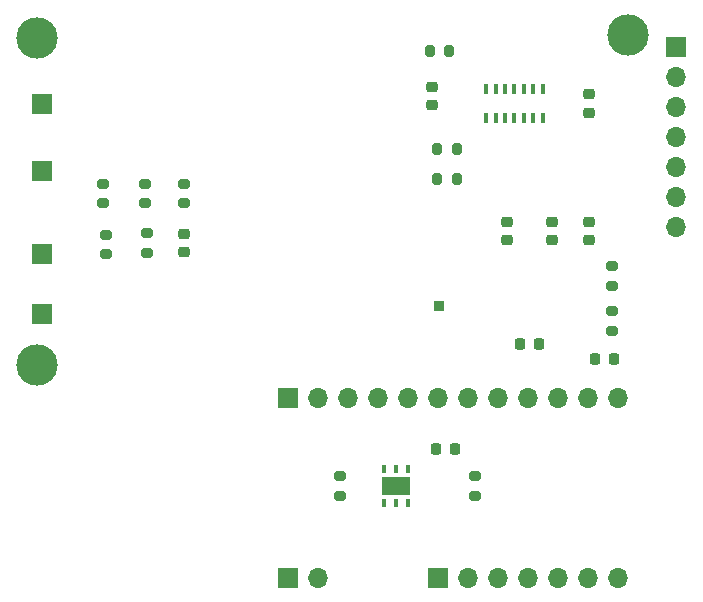
<source format=gbs>
%TF.GenerationSoftware,KiCad,Pcbnew,(6.0.9)*%
%TF.CreationDate,2024-01-25T22:47:47-06:00*%
%TF.ProjectId,AD8232_Heart_Rate_Monitor_v4.0,41443832-3332-45f4-9865-6172745f5261,rev?*%
%TF.SameCoordinates,Original*%
%TF.FileFunction,Soldermask,Bot*%
%TF.FilePolarity,Negative*%
%FSLAX46Y46*%
G04 Gerber Fmt 4.6, Leading zero omitted, Abs format (unit mm)*
G04 Created by KiCad (PCBNEW (6.0.9)) date 2024-01-25 22:47:47*
%MOMM*%
%LPD*%
G01*
G04 APERTURE LIST*
G04 Aperture macros list*
%AMRoundRect*
0 Rectangle with rounded corners*
0 $1 Rounding radius*
0 $2 $3 $4 $5 $6 $7 $8 $9 X,Y pos of 4 corners*
0 Add a 4 corners polygon primitive as box body*
4,1,4,$2,$3,$4,$5,$6,$7,$8,$9,$2,$3,0*
0 Add four circle primitives for the rounded corners*
1,1,$1+$1,$2,$3*
1,1,$1+$1,$4,$5*
1,1,$1+$1,$6,$7*
1,1,$1+$1,$8,$9*
0 Add four rect primitives between the rounded corners*
20,1,$1+$1,$2,$3,$4,$5,0*
20,1,$1+$1,$4,$5,$6,$7,0*
20,1,$1+$1,$6,$7,$8,$9,0*
20,1,$1+$1,$8,$9,$2,$3,0*%
G04 Aperture macros list end*
%ADD10R,1.700000X1.700000*%
%ADD11O,1.700000X1.700000*%
%ADD12R,0.850000X0.850000*%
%ADD13C,3.500000*%
%ADD14C,2.600000*%
%ADD15RoundRect,0.200000X0.275000X-0.200000X0.275000X0.200000X-0.275000X0.200000X-0.275000X-0.200000X0*%
%ADD16RoundRect,0.200000X-0.275000X0.200000X-0.275000X-0.200000X0.275000X-0.200000X0.275000X0.200000X0*%
%ADD17RoundRect,0.225000X0.250000X-0.225000X0.250000X0.225000X-0.250000X0.225000X-0.250000X-0.225000X0*%
%ADD18R,0.406400X0.762000*%
%ADD19R,2.489200X1.600200*%
%ADD20RoundRect,0.225000X-0.250000X0.225000X-0.250000X-0.225000X0.250000X-0.225000X0.250000X0.225000X0*%
%ADD21RoundRect,0.200000X0.200000X0.275000X-0.200000X0.275000X-0.200000X-0.275000X0.200000X-0.275000X0*%
%ADD22RoundRect,0.225000X-0.225000X-0.250000X0.225000X-0.250000X0.225000X0.250000X-0.225000X0.250000X0*%
%ADD23RoundRect,0.040000X-0.160000X0.380000X-0.160000X-0.380000X0.160000X-0.380000X0.160000X0.380000X0*%
%ADD24RoundRect,0.040000X0.160000X-0.380000X0.160000X0.380000X-0.160000X0.380000X-0.160000X-0.380000X0*%
%ADD25RoundRect,0.200000X-0.200000X-0.275000X0.200000X-0.275000X0.200000X0.275000X-0.200000X0.275000X0*%
%ADD26RoundRect,0.225000X0.225000X0.250000X-0.225000X0.250000X-0.225000X-0.250000X0.225000X-0.250000X0*%
G04 APERTURE END LIST*
D10*
X117983000Y-96012000D03*
D11*
X120523000Y-96012000D03*
X123063000Y-96012000D03*
X125603000Y-96012000D03*
X128143000Y-96012000D03*
X130683000Y-96012000D03*
X133223000Y-96012000D03*
X135763000Y-96012000D03*
X138303000Y-96012000D03*
X140843000Y-96012000D03*
X143383000Y-96012000D03*
X145923000Y-96012000D03*
D10*
X117983000Y-111252000D03*
D11*
X120523000Y-111252000D03*
D10*
X130683000Y-111252000D03*
D11*
X133223000Y-111252000D03*
X135763000Y-111252000D03*
X138303000Y-111252000D03*
X140843000Y-111252000D03*
X143383000Y-111252000D03*
X145923000Y-111252000D03*
D10*
X97155000Y-71120000D03*
X97155000Y-76835000D03*
X97155000Y-83820000D03*
D12*
X130810000Y-88265000D03*
D10*
X150876000Y-66294000D03*
D11*
X150876000Y-68834000D03*
X150876000Y-71374000D03*
X150876000Y-73914000D03*
X150876000Y-76454000D03*
X150876000Y-78994000D03*
X150876000Y-81534000D03*
D13*
X96774000Y-65532000D03*
D14*
X96774000Y-65532000D03*
D13*
X96774000Y-93218000D03*
D14*
X96774000Y-93218000D03*
X146812000Y-65278000D03*
D13*
X146812000Y-65278000D03*
D10*
X97155000Y-88900000D03*
D15*
X102616000Y-83883000D03*
X102616000Y-82233000D03*
D16*
X106045000Y-82106000D03*
X106045000Y-83756000D03*
D15*
X102362000Y-79565000D03*
X102362000Y-77915000D03*
X105918000Y-79565000D03*
X105918000Y-77915000D03*
D17*
X109220000Y-83706000D03*
X109220000Y-82156000D03*
D15*
X109220000Y-79565000D03*
X109220000Y-77915000D03*
X145415000Y-90360000D03*
X145415000Y-88710000D03*
D17*
X143510000Y-71895000D03*
X143510000Y-70345000D03*
D15*
X122428000Y-104330000D03*
X122428000Y-102680000D03*
D18*
X126136400Y-102082600D03*
X127127000Y-102082600D03*
X128117600Y-102082600D03*
X128117600Y-104927400D03*
X127127000Y-104927400D03*
X126136400Y-104927400D03*
D19*
X127127000Y-103505000D03*
D15*
X133858000Y-104330000D03*
X133858000Y-102680000D03*
D20*
X136525000Y-81140000D03*
X136525000Y-82690000D03*
D15*
X145415000Y-86550000D03*
X145415000Y-84900000D03*
D20*
X130175000Y-69710000D03*
X130175000Y-71260000D03*
D21*
X132270000Y-74930000D03*
X130620000Y-74930000D03*
D22*
X144005000Y-92710000D03*
X145555000Y-92710000D03*
D20*
X140335000Y-81140000D03*
X140335000Y-82690000D03*
D23*
X134760000Y-69925000D03*
X135560000Y-69925000D03*
X136360000Y-69925000D03*
X137160000Y-69925000D03*
X137960000Y-69925000D03*
X138760000Y-69925000D03*
X139560000Y-69925000D03*
D24*
X139560000Y-72315000D03*
X138760000Y-72315000D03*
X137960000Y-72315000D03*
X137160000Y-72315000D03*
X136360000Y-72315000D03*
X135560000Y-72315000D03*
X134760000Y-72315000D03*
D25*
X130620000Y-77470000D03*
X132270000Y-77470000D03*
D26*
X132093000Y-100330000D03*
X130543000Y-100330000D03*
D17*
X143510000Y-82690000D03*
X143510000Y-81140000D03*
D21*
X131635000Y-66675000D03*
X129985000Y-66675000D03*
D26*
X139205000Y-91440000D03*
X137655000Y-91440000D03*
M02*

</source>
